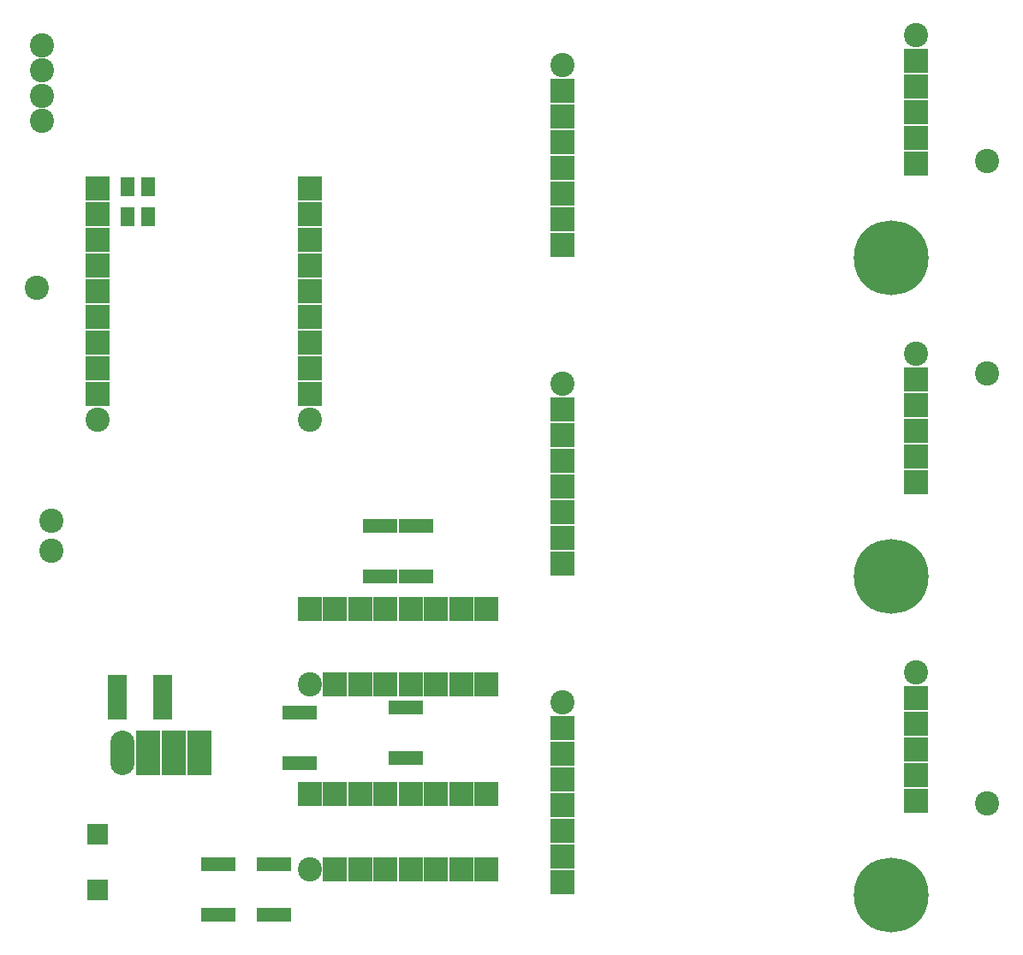
<source format=gbr>
G04 #@! TF.GenerationSoftware,KiCad,Pcbnew,(5.0.0)*
G04 #@! TF.CreationDate,2019-01-30T09:12:48+03:00*
G04 #@! TF.ProjectId,invertor,696E766572746F722E6B696361645F70,rev?*
G04 #@! TF.SameCoordinates,Original*
G04 #@! TF.FileFunction,Soldermask,Bot*
G04 #@! TF.FilePolarity,Negative*
%FSLAX46Y46*%
G04 Gerber Fmt 4.6, Leading zero omitted, Abs format (unit mm)*
G04 Created by KiCad (PCBNEW (5.0.0)) date 01/30/19 09:12:48*
%MOMM*%
%LPD*%
G01*
G04 APERTURE LIST*
%ADD10R,2.400000X2.400000*%
%ADD11C,2.400000*%
%ADD12C,7.400000*%
%ADD13R,1.900000X4.400000*%
%ADD14R,2.100000X2.100000*%
%ADD15R,2.400000X4.400000*%
%ADD16O,2.400000X4.400000*%
%ADD17R,1.400000X1.900000*%
%ADD18R,3.400000X1.400000*%
G04 APERTURE END LIST*
D10*
G04 #@! TO.C,A2*
X-110000000Y460000D03*
X-110000000Y-4620000D03*
X-110000000Y-9700000D03*
X-110000000Y-7160000D03*
X-110000000Y-2080000D03*
D11*
X-110000000Y3000000D03*
D12*
X-112500000Y-19000000D03*
D10*
X-145000000Y-17780000D03*
X-145000000Y-15240000D03*
X-145000000Y-12700000D03*
X-145000000Y-10160000D03*
X-145000000Y-7620000D03*
X-145000000Y-5080000D03*
X-145000000Y-2540000D03*
D11*
X-145000000Y0D03*
G04 #@! TD*
D10*
G04 #@! TO.C,A3*
X-110000000Y-31040000D03*
X-110000000Y-36120000D03*
X-110000000Y-41200000D03*
X-110000000Y-38660000D03*
X-110000000Y-33580000D03*
D11*
X-110000000Y-28500000D03*
D12*
X-112500000Y-50500000D03*
D10*
X-145000000Y-49280000D03*
X-145000000Y-46740000D03*
X-145000000Y-44200000D03*
X-145000000Y-41660000D03*
X-145000000Y-39120000D03*
X-145000000Y-36580000D03*
X-145000000Y-34040000D03*
D11*
X-145000000Y-31500000D03*
G04 #@! TD*
D10*
G04 #@! TO.C,A4*
X-110000000Y-62540000D03*
X-110000000Y-67620000D03*
X-110000000Y-72700000D03*
X-110000000Y-70160000D03*
X-110000000Y-65080000D03*
D11*
X-110000000Y-60000000D03*
D12*
X-112500000Y-82000000D03*
D10*
X-145000000Y-80780000D03*
X-145000000Y-78240000D03*
X-145000000Y-75700000D03*
X-145000000Y-73160000D03*
X-145000000Y-70620000D03*
X-145000000Y-68080000D03*
X-145000000Y-65540000D03*
D11*
X-145000000Y-63000000D03*
G04 #@! TD*
G04 #@! TO.C,A1*
X-170000000Y-35000000D03*
X-191000000Y-35000000D03*
D10*
X-170000000Y-32460000D03*
X-170000000Y-29920000D03*
X-170000000Y-27380000D03*
X-170000000Y-24840000D03*
X-170000000Y-22300000D03*
X-170000000Y-19760000D03*
X-170000000Y-17220000D03*
X-170000000Y-14680000D03*
X-170000000Y-12140000D03*
X-191000000Y-29920000D03*
X-191000000Y-32460000D03*
X-191000000Y-22300000D03*
X-191000000Y-17220000D03*
X-191000000Y-19760000D03*
X-191000000Y-24840000D03*
X-191000000Y-12140000D03*
X-191000000Y-27380000D03*
X-191000000Y-14680000D03*
G04 #@! TD*
D13*
G04 #@! TO.C,C1*
X-189000000Y-62500000D03*
X-184500000Y-62500000D03*
G04 #@! TD*
D11*
G04 #@! TO.C,DA1*
X-170000000Y-79500000D03*
D10*
X-167500000Y-79500000D03*
X-165000000Y-79500000D03*
X-162500000Y-79500000D03*
X-160000000Y-79500000D03*
X-157500000Y-79500000D03*
X-155000000Y-79500000D03*
X-152500000Y-79500000D03*
X-170000000Y-72000000D03*
X-167500000Y-72000000D03*
X-165000000Y-72000000D03*
X-162500000Y-72000000D03*
X-160000000Y-72000000D03*
X-157500000Y-72000000D03*
X-155000000Y-72000000D03*
X-152500000Y-72000000D03*
G04 #@! TD*
G04 #@! TO.C,DA2*
X-152480344Y-53711173D03*
X-154980344Y-53711173D03*
X-157480344Y-53711173D03*
X-159980344Y-53711173D03*
X-162480344Y-53711173D03*
X-164980344Y-53711173D03*
X-167480344Y-53711173D03*
X-169980344Y-53711173D03*
X-152480344Y-61211173D03*
X-154980344Y-61211173D03*
X-157480344Y-61211173D03*
X-159980344Y-61211173D03*
X-162480344Y-61211173D03*
X-164980344Y-61211173D03*
X-167480344Y-61211173D03*
D11*
X-169980344Y-61211173D03*
G04 #@! TD*
D14*
G04 #@! TO.C,FU1*
X-191000000Y-76000000D03*
X-191000000Y-81500000D03*
G04 #@! TD*
D15*
G04 #@! TO.C,G1*
X-180920000Y-68000000D03*
X-183460000Y-68000000D03*
X-186000000Y-68000000D03*
D16*
X-188540000Y-68000000D03*
G04 #@! TD*
D17*
G04 #@! TO.C,R7*
X-186000000Y-15000000D03*
X-188000000Y-15000000D03*
G04 #@! TD*
G04 #@! TO.C,R8*
X-186000000Y-12000000D03*
X-188000000Y-12000000D03*
G04 #@! TD*
D11*
G04 #@! TO.C,X1*
X-195500000Y-48000000D03*
G04 #@! TD*
G04 #@! TO.C,X2*
X-195500000Y-45000000D03*
G04 #@! TD*
G04 #@! TO.C,X3*
X-103000000Y-9500000D03*
G04 #@! TD*
G04 #@! TO.C,X4*
X-103000000Y-30500000D03*
G04 #@! TD*
G04 #@! TO.C,X5*
X-103000000Y-73000000D03*
G04 #@! TD*
G04 #@! TO.C,X6*
X-196500000Y2000000D03*
G04 #@! TD*
G04 #@! TO.C,X7*
X-196500000Y-500000D03*
G04 #@! TD*
G04 #@! TO.C,X8*
X-196500000Y-3000000D03*
G04 #@! TD*
G04 #@! TO.C,X10*
X-197000000Y-22000000D03*
G04 #@! TD*
G04 #@! TO.C,X9*
X-196500000Y-5500000D03*
G04 #@! TD*
D18*
G04 #@! TO.C,R1*
X-171000000Y-69000000D03*
X-171000000Y-64000000D03*
G04 #@! TD*
G04 #@! TO.C,R2*
X-160500000Y-63500000D03*
X-160500000Y-68500000D03*
G04 #@! TD*
G04 #@! TO.C,R3*
X-179000000Y-84000000D03*
X-179000000Y-79000000D03*
G04 #@! TD*
G04 #@! TO.C,R4*
X-173500000Y-79000000D03*
X-173500000Y-84000000D03*
G04 #@! TD*
G04 #@! TO.C,R5*
X-159500000Y-45500000D03*
X-159500000Y-50500000D03*
G04 #@! TD*
G04 #@! TO.C,R6*
X-163000000Y-50500000D03*
X-163000000Y-45500000D03*
G04 #@! TD*
M02*

</source>
